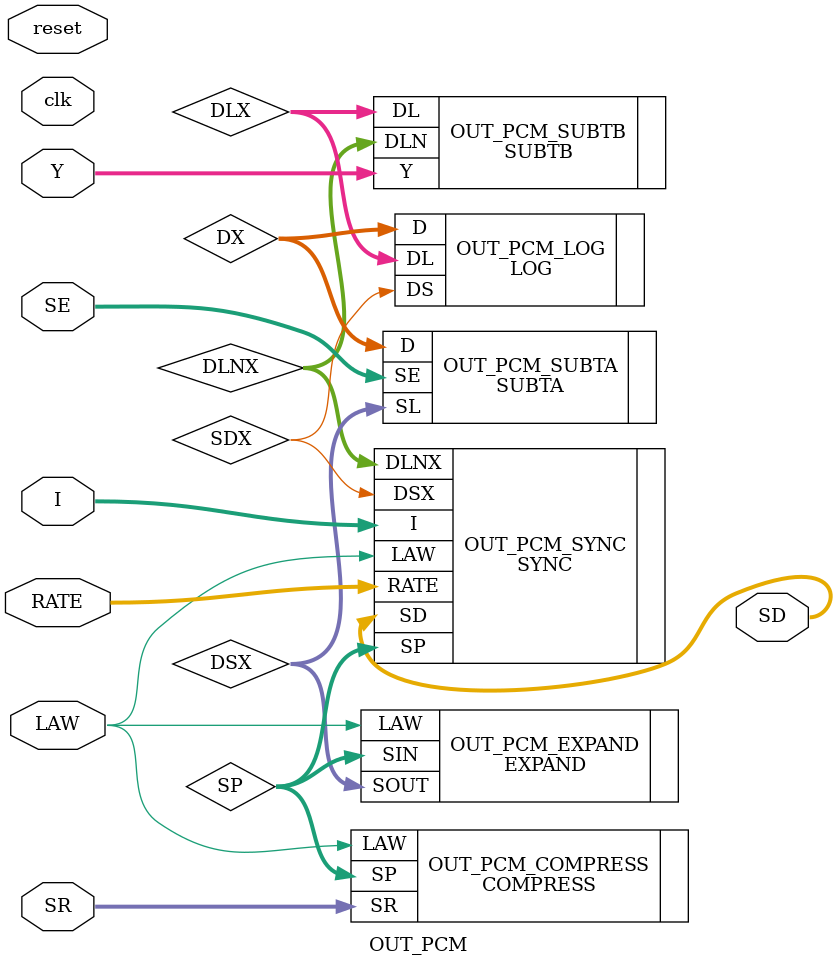
<source format=v>
/*
* Removed test ports- Not required.
*
*
*/
module OUT_PCM (
           reset,
           clk,
	   SR,
	   LAW,
	   SE,
	   I,
           Y,
	   RATE,
	   SD
       );

input
    reset,                      // system reset
    clk;                        // system clock
input [15:0] SR;
input LAW;
input [14:0] SE;
input [12:0] Y;
input [4:0] I;
input [1:0] RATE;

output [7:0] SD;

wire [7:0] SP;
wire [13:0] DSX;
wire [15:0] DX;
wire SDX;
wire [10:0] DLX;
wire [11:0] DLNX;

COMPRESS OUT_PCM_COMPRESS(
		.SR(SR),
		.LAW(LAW),
		.SP(SP)
);

EXPAND OUT_PCM_EXPAND(
	       .SIN(SP),
	       .LAW(LAW),
	       .SOUT(DSX)
);

SUBTA OUT_PCM_SUBTA(
	       .SL(DSX),
	       .SE(SE),
	       .D(DX)
);

LOG OUT_PCM_LOG( 
		.D(DX),
		.DL(DLX),
		.DS(SDX)
);

SUBTB OUT_PCM_SUBTB(
	        .DL(DLX),
	        .Y(Y),
	        .DLN(DLNX)
);

SYNC OUT_PCM_SYNC(
		 .I(I),
	         .RATE(RATE),
		 .SP(SP),
		 .DLNX(DLNX),
		 .DSX(SDX),
		 .LAW(LAW),
		 .SD(SD)
);
		  
endmodule // OUT_PCM




</source>
